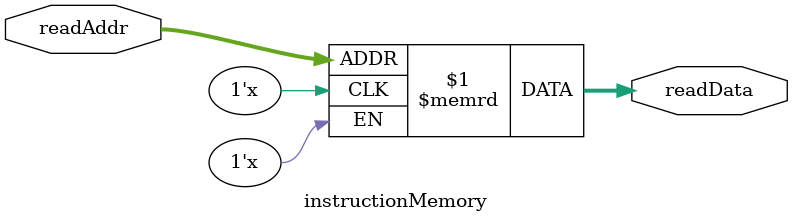
<source format=sv>
`timescale 1ns / 1ps


module instructionMemory( readAddr, readData);

	input logic[2:0] readAddr;		// read address
	output logic[11:0] readData;	// data to be read
	
	//input clk;
	
	reg[11:0] ReadOnlyMemory[7:0]; 	// read only memory 
	
	initial begin
//		ReadOnlyMemory[0] = ---------------;
//		ReadOnlyMemory[1] = ---------------;
//		ReadOnlyMemory[2] = ---------------;
//		ReadOnlyMemory[3] = ---------------;
//		ReadOnlyMemory[4] = ---------------;
//		ReadOnlyMemory[5] = ---------------;
//		ReadOnlyMemory[6] = ---------------;
//		ReadOnlyMemory[7] = ---------------;
	end
	
	
	assign readData = ReadOnlyMemory[readAddr];
	
endmodule

</source>
